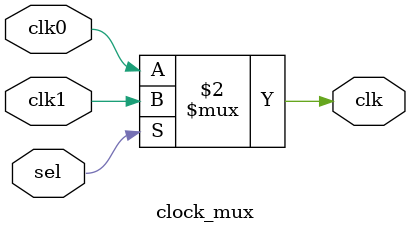
<source format=v>
module clock_mux(
		 input 	clk0,
		 input 	clk1,
		 input 	sel,
		 output reg clk);

always @(*) begin
   clk = sel ? clk1 : clk0;
end

endmodule // clock_mux

</source>
